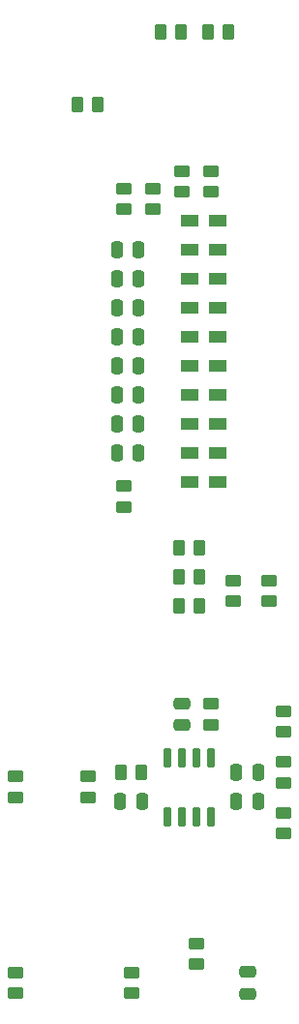
<source format=gbr>
%TF.GenerationSoftware,KiCad,Pcbnew,(5.99.0-10138-g1fe0c6d870)*%
%TF.CreationDate,2021-07-23T13:07:48+01:00*%
%TF.ProjectId,Hagiwo DCO,48616769-776f-4204-9443-4f2e6b696361,rev?*%
%TF.SameCoordinates,Original*%
%TF.FileFunction,Paste,Bot*%
%TF.FilePolarity,Positive*%
%FSLAX46Y46*%
G04 Gerber Fmt 4.6, Leading zero omitted, Abs format (unit mm)*
G04 Created by KiCad (PCBNEW (5.99.0-10138-g1fe0c6d870)) date 2021-07-23 13:07:48*
%MOMM*%
%LPD*%
G01*
G04 APERTURE LIST*
G04 Aperture macros list*
%AMRoundRect*
0 Rectangle with rounded corners*
0 $1 Rounding radius*
0 $2 $3 $4 $5 $6 $7 $8 $9 X,Y pos of 4 corners*
0 Add a 4 corners polygon primitive as box body*
4,1,4,$2,$3,$4,$5,$6,$7,$8,$9,$2,$3,0*
0 Add four circle primitives for the rounded corners*
1,1,$1+$1,$2,$3*
1,1,$1+$1,$4,$5*
1,1,$1+$1,$6,$7*
1,1,$1+$1,$8,$9*
0 Add four rect primitives between the rounded corners*
20,1,$1+$1,$2,$3,$4,$5,0*
20,1,$1+$1,$4,$5,$6,$7,0*
20,1,$1+$1,$6,$7,$8,$9,0*
20,1,$1+$1,$8,$9,$2,$3,0*%
G04 Aperture macros list end*
%ADD10RoundRect,0.250000X-0.475000X0.250000X-0.475000X-0.250000X0.475000X-0.250000X0.475000X0.250000X0*%
%ADD11R,1.500000X1.000000*%
%ADD12RoundRect,0.250000X0.262500X0.450000X-0.262500X0.450000X-0.262500X-0.450000X0.262500X-0.450000X0*%
%ADD13RoundRect,0.250000X0.450000X-0.262500X0.450000X0.262500X-0.450000X0.262500X-0.450000X-0.262500X0*%
%ADD14RoundRect,0.250000X-0.250000X-0.475000X0.250000X-0.475000X0.250000X0.475000X-0.250000X0.475000X0*%
%ADD15RoundRect,0.250000X-0.450000X0.262500X-0.450000X-0.262500X0.450000X-0.262500X0.450000X0.262500X0*%
%ADD16RoundRect,0.250000X-0.262500X-0.450000X0.262500X-0.450000X0.262500X0.450000X-0.262500X0.450000X0*%
%ADD17RoundRect,0.150000X-0.150000X0.725000X-0.150000X-0.725000X0.150000X-0.725000X0.150000X0.725000X0*%
%ADD18RoundRect,0.250000X0.250000X0.475000X-0.250000X0.475000X-0.250000X-0.475000X0.250000X-0.475000X0*%
G04 APERTURE END LIST*
D10*
%TO.C,C7*%
X121285000Y-150175000D03*
X121285000Y-148275000D03*
%TD*%
D11*
%TO.C,D15*%
X116225000Y-85090000D03*
X118725000Y-85090000D03*
%TD*%
%TO.C,D14*%
X116225000Y-82550000D03*
X118725000Y-82550000D03*
%TD*%
%TO.C,D13*%
X116225000Y-95250000D03*
X118725000Y-95250000D03*
%TD*%
%TO.C,D12*%
X116225000Y-92710000D03*
X118725000Y-92710000D03*
%TD*%
%TO.C,D10*%
X116225000Y-97790000D03*
X118725000Y-97790000D03*
%TD*%
%TO.C,D9*%
X116225000Y-105410000D03*
X118725000Y-105410000D03*
%TD*%
%TO.C,D8*%
X116225000Y-102870000D03*
X118725000Y-102870000D03*
%TD*%
%TO.C,D7*%
X116225000Y-90170000D03*
X118725000Y-90170000D03*
%TD*%
%TO.C,D6*%
X116225000Y-87630000D03*
X118725000Y-87630000D03*
%TD*%
%TO.C,D11*%
X116225000Y-100330000D03*
X118725000Y-100330000D03*
%TD*%
D12*
%TO.C,R11*%
X115490000Y-66040000D03*
X113665000Y-66040000D03*
%TD*%
D13*
%TO.C,R13*%
X110490000Y-107592500D03*
X110490000Y-105767500D03*
%TD*%
D14*
%TO.C,C10*%
X109855000Y-95250000D03*
X111755000Y-95250000D03*
%TD*%
%TO.C,C8*%
X109855000Y-102870000D03*
X111755000Y-102870000D03*
%TD*%
D15*
%TO.C,R1*%
X120015000Y-114022500D03*
X120015000Y-115847500D03*
%TD*%
%TO.C,R21*%
X107315000Y-131167500D03*
X107315000Y-132992500D03*
%TD*%
D14*
%TO.C,C14*%
X109855000Y-90170000D03*
X111755000Y-90170000D03*
%TD*%
%TO.C,C9*%
X109855000Y-100330000D03*
X111755000Y-100330000D03*
%TD*%
D12*
%TO.C,R9*%
X119657500Y-66040000D03*
X117832500Y-66040000D03*
%TD*%
D14*
%TO.C,C12*%
X109855000Y-97790000D03*
X111755000Y-97790000D03*
%TD*%
D16*
%TO.C,R4*%
X110212500Y-130810000D03*
X112037500Y-130810000D03*
%TD*%
D15*
%TO.C,R14*%
X118110000Y-78185000D03*
X118110000Y-80010000D03*
%TD*%
%TO.C,R12*%
X113030000Y-79732500D03*
X113030000Y-81557500D03*
%TD*%
%TO.C,R17*%
X124460000Y-125452500D03*
X124460000Y-127277500D03*
%TD*%
%TO.C,R2*%
X123190000Y-114022500D03*
X123190000Y-115847500D03*
%TD*%
D13*
%TO.C,R19*%
X124460000Y-136167500D03*
X124460000Y-134342500D03*
%TD*%
D15*
%TO.C,R16*%
X110490000Y-79732500D03*
X110490000Y-81557500D03*
%TD*%
D14*
%TO.C,C13*%
X109855000Y-92710000D03*
X111755000Y-92710000D03*
%TD*%
D10*
%TO.C,C3*%
X115570000Y-124780000D03*
X115570000Y-126680000D03*
%TD*%
D15*
%TO.C,R22*%
X111125000Y-148312500D03*
X111125000Y-150137500D03*
%TD*%
D14*
%TO.C,C15*%
X109855000Y-85090000D03*
X111755000Y-85090000D03*
%TD*%
D15*
%TO.C,R20*%
X100965000Y-131167500D03*
X100965000Y-132992500D03*
%TD*%
D17*
%TO.C,U1*%
X114300000Y-129505000D03*
X115570000Y-129505000D03*
X116840000Y-129505000D03*
X118110000Y-129505000D03*
X118110000Y-134655000D03*
X116840000Y-134655000D03*
X115570000Y-134655000D03*
X114300000Y-134655000D03*
%TD*%
D16*
%TO.C,R6*%
X115292500Y-113675000D03*
X117117500Y-113675000D03*
%TD*%
%TO.C,R7*%
X115292500Y-116215000D03*
X117117500Y-116215000D03*
%TD*%
D18*
%TO.C,C6*%
X112075000Y-133350000D03*
X110175000Y-133350000D03*
%TD*%
D15*
%TO.C,R8*%
X116840000Y-145772500D03*
X116840000Y-147597500D03*
%TD*%
D16*
%TO.C,R5*%
X115292500Y-111135000D03*
X117117500Y-111135000D03*
%TD*%
D14*
%TO.C,C5*%
X120335000Y-133350000D03*
X122235000Y-133350000D03*
%TD*%
D18*
%TO.C,C4*%
X122235000Y-130810000D03*
X120335000Y-130810000D03*
%TD*%
D14*
%TO.C,C11*%
X109855000Y-87630000D03*
X111755000Y-87630000D03*
%TD*%
D15*
%TO.C,R15*%
X115570000Y-78185000D03*
X115570000Y-80010000D03*
%TD*%
D13*
%TO.C,R18*%
X124460000Y-131722500D03*
X124460000Y-129897500D03*
%TD*%
D15*
%TO.C,R3*%
X118110000Y-124817500D03*
X118110000Y-126642500D03*
%TD*%
%TO.C,R23*%
X100965000Y-148312500D03*
X100965000Y-150137500D03*
%TD*%
D16*
%TO.C,R10*%
X106402500Y-72390000D03*
X108227500Y-72390000D03*
%TD*%
M02*

</source>
